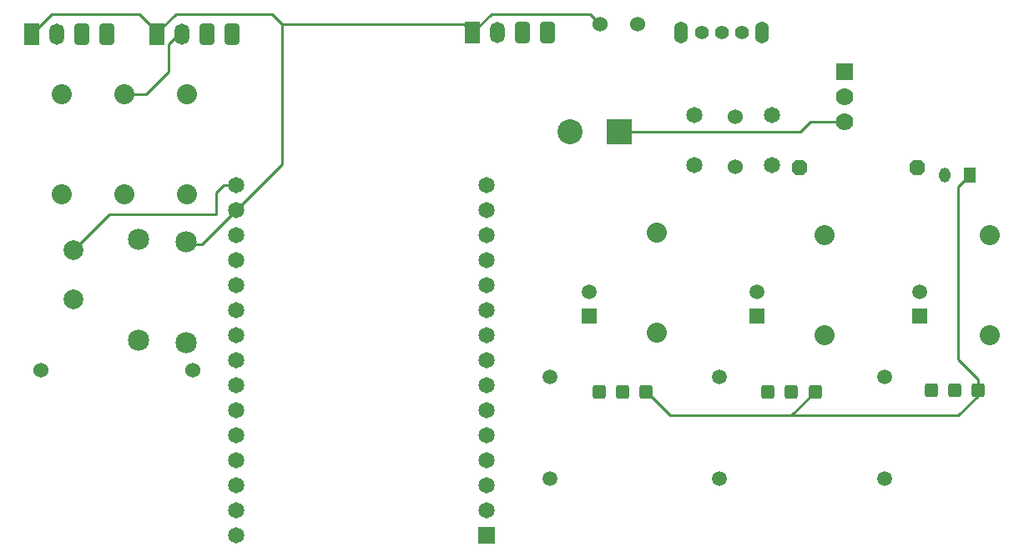
<source format=gbl>
G04*
G04 #@! TF.GenerationSoftware,Altium Limited,CircuitMaker,2.0.3 (2.0.3.51)*
G04*
G04 Layer_Physical_Order=2*
G04 Layer_Color=11436288*
%FSLAX23Y23*%
%MOIN*%
G70*
G04*
G04 #@! TF.SameCoordinates,35AC13BF-EB10-43E2-832D-F6A8B62018A4*
G04*
G04*
G04 #@! TF.FilePolarity,Positive*
G04*
G01*
G75*
%ADD13C,0.010*%
%ADD36O,0.045X0.060*%
%ADD37R,0.045X0.060*%
%ADD38C,0.085*%
%ADD39R,0.060X0.085*%
%ADD40O,0.060X0.085*%
G04:AMPARAMS|DCode=41|XSize=60mil|YSize=85mil|CornerRadius=15mil|HoleSize=0mil|Usage=FLASHONLY|Rotation=0.000|XOffset=0mil|YOffset=0mil|HoleType=Round|Shape=RoundedRectangle|*
%AMROUNDEDRECTD41*
21,1,0.060,0.055,0,0,0.0*
21,1,0.030,0.085,0,0,0.0*
1,1,0.030,0.015,-0.028*
1,1,0.030,-0.015,-0.028*
1,1,0.030,-0.015,0.028*
1,1,0.030,0.015,0.028*
%
%ADD41ROUNDEDRECTD41*%
%ADD42C,0.065*%
%ADD43R,0.065X0.065*%
%ADD44C,0.100*%
%ADD45R,0.100X0.100*%
%ADD46C,0.060*%
%ADD47O,0.055X0.087*%
%ADD48C,0.055*%
%ADD49C,0.079*%
%ADD50C,0.080*%
%ADD51C,0.059*%
%ADD52R,0.059X0.059*%
G04:AMPARAMS|DCode=53|XSize=55mil|YSize=55mil|CornerRadius=14mil|HoleSize=0mil|Usage=FLASHONLY|Rotation=180.000|XOffset=0mil|YOffset=0mil|HoleType=Round|Shape=RoundedRectangle|*
%AMROUNDEDRECTD53*
21,1,0.055,0.028,0,0,180.0*
21,1,0.028,0.055,0,0,180.0*
1,1,0.028,-0.014,0.014*
1,1,0.028,0.014,0.014*
1,1,0.028,0.014,-0.014*
1,1,0.028,-0.014,-0.014*
%
%ADD53ROUNDEDRECTD53*%
%ADD54R,0.070X0.070*%
%ADD55C,0.070*%
%ADD56P,0.068X8X202.5*%
D13*
X3320Y4935D02*
X3360Y4895D01*
X2925Y4935D02*
X3320Y4935D01*
X2850Y4860D02*
X2925Y4935D01*
X4790Y4245D02*
X4835Y4290D01*
X4790Y3555D02*
X4790Y4245D01*
X4790Y3555D02*
X4869Y3476D01*
X4869Y3430D02*
X4869Y3476D01*
X4123Y3330D02*
X4790Y3330D01*
X4869Y3409D01*
X4869Y3430D01*
X3543Y3427D02*
X3640Y3330D01*
X4123Y3330D02*
X4218Y3425D01*
X3640Y3330D02*
X4123Y3330D01*
X3543Y3425D02*
X3543Y3427D01*
X4200Y4505D02*
X4335Y4505D01*
X4160Y4465D02*
X4200Y4505D01*
X3437Y4465D02*
X4160Y4465D01*
X1700Y4015D02*
X1770Y4015D01*
X1855Y4250D02*
X1905Y4250D01*
X1825Y4220D02*
X1855Y4250D01*
X1825Y4135D02*
X1825Y4220D01*
X1398Y4135D02*
X1825Y4135D01*
X1255Y3992D02*
X1398Y4135D01*
X2815Y4895D02*
X2850Y4860D01*
X2090Y4895D02*
X2815Y4895D01*
X1905Y4150D02*
X2090Y4335D01*
X1590Y4860D02*
X1590Y4865D01*
X2090Y4335D02*
X2090Y4895D01*
X2050Y4935D02*
X2090Y4895D01*
X1665Y4935D02*
X2050Y4935D01*
X1590Y4860D02*
X1665Y4935D01*
X1590Y4855D02*
X1590Y4860D01*
X1520Y4935D02*
X1590Y4865D01*
X1170Y4935D02*
X1520Y4935D01*
X1090Y4855D02*
X1170Y4935D01*
X1545Y4615D02*
X1635Y4705D01*
X1460Y4615D02*
X1545Y4615D01*
X1635Y4705D02*
X1635Y4815D01*
X1770Y4015D02*
X1905Y4150D01*
X1700Y4015D02*
X1705Y4020D01*
X1705Y4025D01*
X1635Y4815D02*
X1675Y4855D01*
X1690Y4855D01*
D36*
X4735Y4290D02*
D03*
D37*
X4835Y4290D02*
D03*
D38*
X1705Y4025D02*
D03*
X1705Y3620D02*
D03*
X1515Y3630D02*
D03*
X1515Y4035D02*
D03*
D39*
X1090Y4855D02*
D03*
X1590Y4855D02*
D03*
X2850Y4860D02*
D03*
D40*
X1190Y4855D02*
D03*
X1690Y4855D02*
D03*
X2950Y4860D02*
D03*
D41*
X1290Y4855D02*
D03*
X1390Y4855D02*
D03*
X1790Y4855D02*
D03*
X1890Y4855D02*
D03*
X3050Y4860D02*
D03*
X3150Y4860D02*
D03*
D42*
X2905Y3150D02*
D03*
X2905Y3050D02*
D03*
X2905Y2950D02*
D03*
X2905Y3250D02*
D03*
X2905Y3350D02*
D03*
X2905Y3450D02*
D03*
X2905Y4050D02*
D03*
X2905Y3950D02*
D03*
X2905Y3850D02*
D03*
X2905Y3550D02*
D03*
X2905Y3650D02*
D03*
X2905Y3750D02*
D03*
X2905Y4250D02*
D03*
X2905Y4150D02*
D03*
X1905Y3150D02*
D03*
X1905Y3050D02*
D03*
X1905Y2850D02*
D03*
X1905Y2950D02*
D03*
X1905Y3250D02*
D03*
X1905Y3350D02*
D03*
X1905Y3450D02*
D03*
X1905Y4050D02*
D03*
X1905Y3950D02*
D03*
X1905Y3850D02*
D03*
X1905Y3550D02*
D03*
X1905Y3650D02*
D03*
X1905Y3750D02*
D03*
X1905Y4250D02*
D03*
X1905Y4150D02*
D03*
X4045Y4530D02*
D03*
X4045Y4330D02*
D03*
X3735Y4330D02*
D03*
X3735Y4530D02*
D03*
D43*
X2905Y2850D02*
D03*
D44*
X3240Y4465D02*
D03*
D45*
X3437Y4465D02*
D03*
D46*
X3360Y4895D02*
D03*
X3510Y4895D02*
D03*
X1733Y3510D02*
D03*
X1127Y3510D02*
D03*
X3900Y4325D02*
D03*
X3900Y4525D02*
D03*
D47*
X3683Y4860D02*
D03*
X4007Y4860D02*
D03*
D48*
X3765Y4860D02*
D03*
X3845Y4860D02*
D03*
X3925Y4860D02*
D03*
D49*
X1255Y3795D02*
D03*
X1255Y3992D02*
D03*
D50*
X1460Y4215D02*
D03*
X1460Y4615D02*
D03*
X1710Y4215D02*
D03*
X1710Y4615D02*
D03*
X4915Y4050D02*
D03*
X4915Y3650D02*
D03*
X4255Y4050D02*
D03*
X4255Y3650D02*
D03*
X3585Y4060D02*
D03*
X3585Y3660D02*
D03*
X1210Y4215D02*
D03*
X1210Y4615D02*
D03*
D51*
X3985Y3825D02*
D03*
X4635Y3825D02*
D03*
X3315Y3825D02*
D03*
X4495Y3079D02*
D03*
X4495Y3485D02*
D03*
X3835Y3079D02*
D03*
X3835Y3485D02*
D03*
X3160Y3079D02*
D03*
X3160Y3485D02*
D03*
D52*
X3985Y3727D02*
D03*
X4635Y3727D02*
D03*
X3315Y3727D02*
D03*
D53*
X4869Y3430D02*
D03*
X4775Y3430D02*
D03*
X4681Y3430D02*
D03*
X4218Y3425D02*
D03*
X4124Y3425D02*
D03*
X4030Y3425D02*
D03*
X3543Y3425D02*
D03*
X3449Y3425D02*
D03*
X3355Y3425D02*
D03*
D54*
X4335Y4705D02*
D03*
D55*
X4335Y4605D02*
D03*
X4335Y4505D02*
D03*
D56*
X4625Y4320D02*
D03*
X4155Y4320D02*
D03*
M02*

</source>
